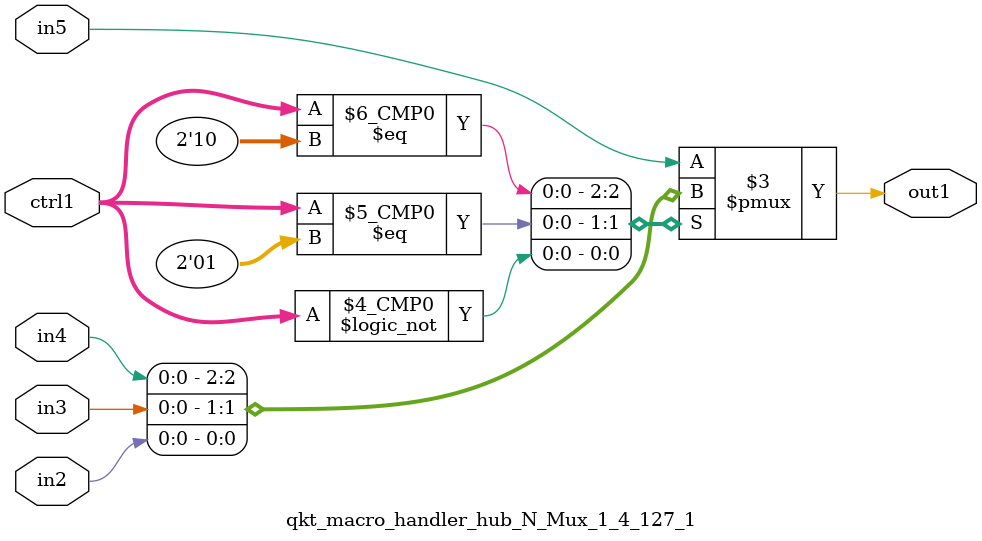
<source format=v>

`timescale 1ps / 1ps


module qkt_macro_handler_hub_N_Mux_1_4_127_1( in5, in4, in3, in2, ctrl1, out1 );

    input in5;
    input in4;
    input in3;
    input in2;
    input [1:0] ctrl1;
    output out1;
    reg out1;

    
    // rtl_process:qkt_macro_handler_hub_N_Mux_1_4_127_1/qkt_macro_handler_hub_N_Mux_1_4_127_1_thread_1
    always @*
      begin : qkt_macro_handler_hub_N_Mux_1_4_127_1_thread_1
        case (ctrl1) 
          2'd2: 
            begin
              out1 = in4;
            end
          2'd1: 
            begin
              out1 = in3;
            end
          2'd0: 
            begin
              out1 = in2;
            end
          default: 
            begin
              out1 = in5;
            end
        endcase
      end

endmodule


</source>
